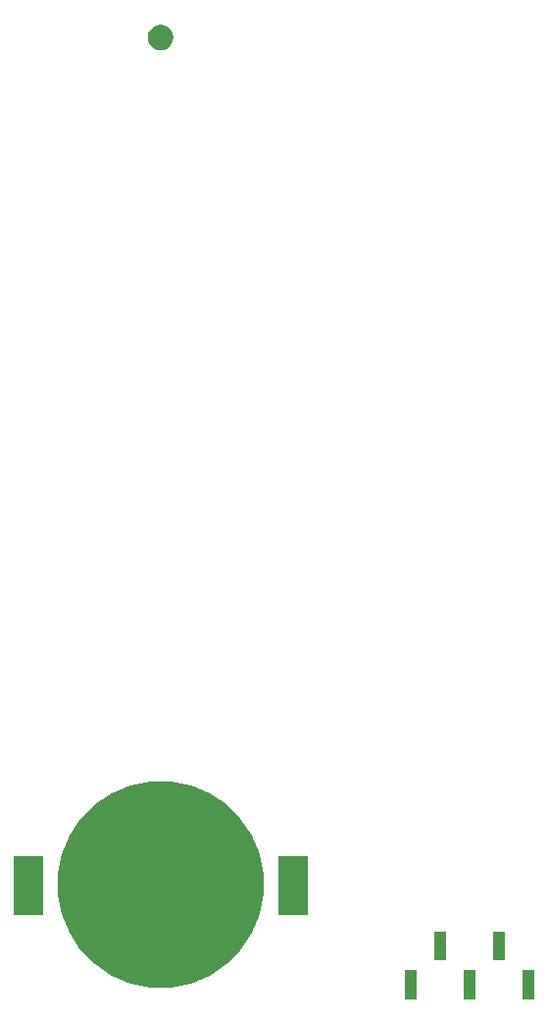
<source format=gbr>
G04 #@! TF.GenerationSoftware,KiCad,Pcbnew,5.0.1-33cea8e~68~ubuntu18.04.1*
G04 #@! TF.CreationDate,2018-11-21T15:29:58-05:00*
G04 #@! TF.ProjectId,Christmas_2018,4368726973746D61735F323031382E6B,A1*
G04 #@! TF.SameCoordinates,Original*
G04 #@! TF.FileFunction,Soldermask,Bot*
G04 #@! TF.FilePolarity,Negative*
%FSLAX46Y46*%
G04 Gerber Fmt 4.6, Leading zero omitted, Abs format (unit mm)*
G04 Created by KiCad (PCBNEW 5.0.1-33cea8e~68~ubuntu18.04.1) date Wed 21 Nov 2018 03:29:58 PM EST*
%MOMM*%
%LPD*%
G01*
G04 APERTURE LIST*
%ADD10C,0.100000*%
G04 APERTURE END LIST*
D10*
G36*
X160520000Y-118480000D02*
X159520000Y-118480000D01*
X159520000Y-115970000D01*
X160520000Y-115970000D01*
X160520000Y-118480000D01*
X160520000Y-118480000D01*
G37*
G36*
X155440000Y-118480000D02*
X154440000Y-118480000D01*
X154440000Y-115970000D01*
X155440000Y-115970000D01*
X155440000Y-118480000D01*
X155440000Y-118480000D01*
G37*
G36*
X165600000Y-118480000D02*
X164600000Y-118480000D01*
X164600000Y-115970000D01*
X165600000Y-115970000D01*
X165600000Y-118480000D01*
X165600000Y-118480000D01*
G37*
G36*
X135943117Y-100036637D02*
X137560993Y-100706783D01*
X139017048Y-101679688D01*
X140255312Y-102917952D01*
X141228217Y-104374007D01*
X141898363Y-105991883D01*
X142240000Y-107709410D01*
X142240000Y-109460590D01*
X141898363Y-111178117D01*
X141228217Y-112795993D01*
X140255312Y-114252048D01*
X139017048Y-115490312D01*
X137560993Y-116463217D01*
X135943117Y-117133363D01*
X134225590Y-117475000D01*
X132474410Y-117475000D01*
X130756883Y-117133363D01*
X129139007Y-116463217D01*
X127682952Y-115490312D01*
X126444688Y-114252048D01*
X125471783Y-112795993D01*
X124801637Y-111178117D01*
X124460000Y-109460590D01*
X124460000Y-107709410D01*
X124801637Y-105991883D01*
X125471783Y-104374007D01*
X126444688Y-102917952D01*
X127682952Y-101679688D01*
X129139007Y-100706783D01*
X130756883Y-100036637D01*
X132474410Y-99695000D01*
X134225590Y-99695000D01*
X135943117Y-100036637D01*
X135943117Y-100036637D01*
G37*
G36*
X163060000Y-115170000D02*
X162060000Y-115170000D01*
X162060000Y-112660000D01*
X163060000Y-112660000D01*
X163060000Y-115170000D01*
X163060000Y-115170000D01*
G37*
G36*
X157980000Y-115170000D02*
X156980000Y-115170000D01*
X156980000Y-112660000D01*
X157980000Y-112660000D01*
X157980000Y-115170000D01*
X157980000Y-115170000D01*
G37*
G36*
X123190000Y-111252000D02*
X120650000Y-111252000D01*
X120650000Y-106172000D01*
X123190000Y-106172000D01*
X123190000Y-111252000D01*
X123190000Y-111252000D01*
G37*
G36*
X146050000Y-111252000D02*
X143510000Y-111252000D01*
X143510000Y-106172000D01*
X146050000Y-106172000D01*
X146050000Y-111252000D01*
X146050000Y-111252000D01*
G37*
G36*
X133670857Y-34502272D02*
X133871042Y-34585191D01*
X134051213Y-34705578D01*
X134204422Y-34858787D01*
X134324809Y-35038958D01*
X134407728Y-35239143D01*
X134450000Y-35451658D01*
X134450000Y-35668342D01*
X134407728Y-35880857D01*
X134324809Y-36081042D01*
X134204422Y-36261213D01*
X134051213Y-36414422D01*
X133871042Y-36534809D01*
X133670857Y-36617728D01*
X133458342Y-36660000D01*
X133241658Y-36660000D01*
X133029143Y-36617728D01*
X132828958Y-36534809D01*
X132648787Y-36414422D01*
X132495578Y-36261213D01*
X132375191Y-36081042D01*
X132292272Y-35880857D01*
X132250000Y-35668342D01*
X132250000Y-35451658D01*
X132292272Y-35239143D01*
X132375191Y-35038958D01*
X132495578Y-34858787D01*
X132648787Y-34705578D01*
X132828958Y-34585191D01*
X133029143Y-34502272D01*
X133241658Y-34460000D01*
X133458342Y-34460000D01*
X133670857Y-34502272D01*
X133670857Y-34502272D01*
G37*
M02*

</source>
